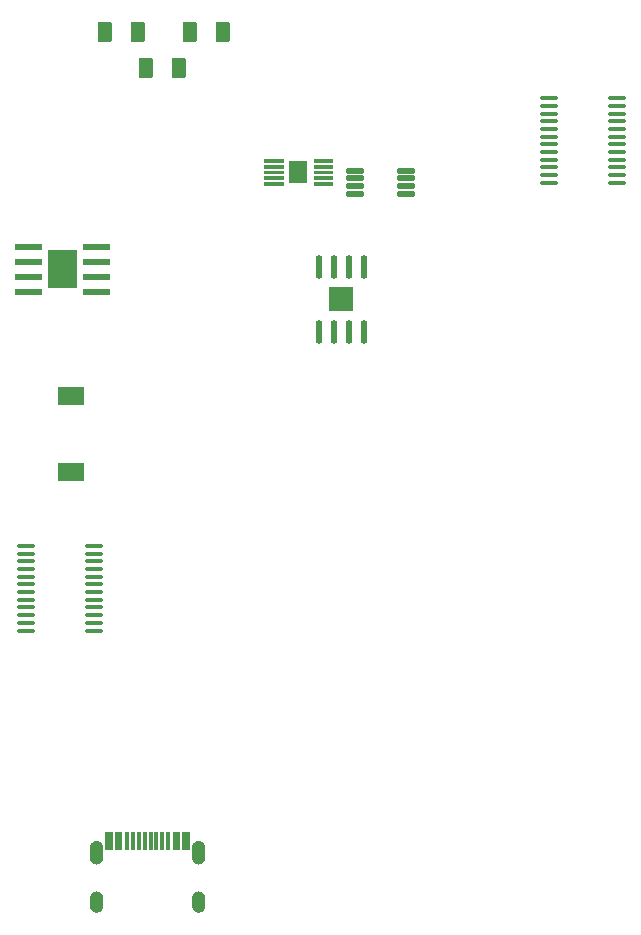
<source format=gbr>
%TF.GenerationSoftware,KiCad,Pcbnew,8.0.7*%
%TF.CreationDate,2025-01-26T03:13:27-05:00*%
%TF.ProjectId,shadow,73686164-6f77-42e6-9b69-6361645f7063,rev?*%
%TF.SameCoordinates,Original*%
%TF.FileFunction,Paste,Top*%
%TF.FilePolarity,Positive*%
%FSLAX46Y46*%
G04 Gerber Fmt 4.6, Leading zero omitted, Abs format (unit mm)*
G04 Created by KiCad (PCBNEW 8.0.7) date 2025-01-26 03:13:27*
%MOMM*%
%LPD*%
G01*
G04 APERTURE LIST*
G04 Aperture macros list*
%AMRoundRect*
0 Rectangle with rounded corners*
0 $1 Rounding radius*
0 $2 $3 $4 $5 $6 $7 $8 $9 X,Y pos of 4 corners*
0 Add a 4 corners polygon primitive as box body*
4,1,4,$2,$3,$4,$5,$6,$7,$8,$9,$2,$3,0*
0 Add four circle primitives for the rounded corners*
1,1,$1+$1,$2,$3*
1,1,$1+$1,$4,$5*
1,1,$1+$1,$6,$7*
1,1,$1+$1,$8,$9*
0 Add four rect primitives between the rounded corners*
20,1,$1+$1,$2,$3,$4,$5,0*
20,1,$1+$1,$4,$5,$6,$7,0*
20,1,$1+$1,$6,$7,$8,$9,0*
20,1,$1+$1,$8,$9,$2,$3,0*%
G04 Aperture macros list end*
%ADD10C,0.000000*%
%ADD11C,0.010000*%
%ADD12R,0.300000X1.500000*%
%ADD13RoundRect,0.250000X-0.375000X-0.625000X0.375000X-0.625000X0.375000X0.625000X-0.375000X0.625000X0*%
%ADD14R,2.200000X1.500000*%
%ADD15O,0.574000X2.038000*%
%ADD16R,2.000000X2.000000*%
%ADD17RoundRect,0.100000X-0.637500X-0.100000X0.637500X-0.100000X0.637500X0.100000X-0.637500X0.100000X0*%
%ADD18R,1.570000X1.880000*%
%ADD19RoundRect,0.060000X-0.675000X-0.180000X0.675000X-0.180000X0.675000X0.180000X-0.675000X0.180000X0*%
G04 APERTURE END LIST*
D10*
%TO.C,J1*%
G36*
X116881000Y-123561500D02*
G01*
X116908500Y-123564500D01*
X116935500Y-123568500D01*
X116962500Y-123574000D01*
X116989000Y-123580500D01*
X117015000Y-123589000D01*
X117041000Y-123598000D01*
X117066000Y-123609000D01*
X117091000Y-123620500D01*
X117115000Y-123634000D01*
X117138500Y-123648000D01*
X117161000Y-123663500D01*
X117183000Y-123680000D01*
X117204000Y-123698000D01*
X117224000Y-123716500D01*
X117243000Y-123736000D01*
X117261500Y-123756500D01*
X117278500Y-123778000D01*
X117294500Y-123800500D01*
X117309500Y-123823500D01*
X117323000Y-123847000D01*
X117335500Y-123871500D01*
X117347000Y-123896500D01*
X117357000Y-123922000D01*
X117365500Y-123948000D01*
X117373000Y-123974500D01*
X117379000Y-124001000D01*
X117384000Y-124028000D01*
X117387500Y-124055500D01*
X117389500Y-124083000D01*
X117390000Y-124110000D01*
X117390000Y-124810000D01*
X117389500Y-124837500D01*
X117387500Y-124865000D01*
X117384000Y-124892000D01*
X117379000Y-124919000D01*
X117373000Y-124946000D01*
X117365500Y-124972500D01*
X117357000Y-124998500D01*
X117347000Y-125024000D01*
X117335500Y-125049000D01*
X117323000Y-125073000D01*
X117309500Y-125097000D01*
X117294500Y-125120000D01*
X117278500Y-125142500D01*
X117261500Y-125163500D01*
X117243000Y-125184500D01*
X117224000Y-125204000D01*
X117204000Y-125222500D01*
X117183000Y-125240000D01*
X117161000Y-125257000D01*
X117138500Y-125272000D01*
X117115000Y-125286500D01*
X117091000Y-125299500D01*
X117066000Y-125311500D01*
X117041000Y-125322000D01*
X117015000Y-125331500D01*
X116989000Y-125339500D01*
X116962500Y-125346500D01*
X116935500Y-125352000D01*
X116908500Y-125356000D01*
X116881000Y-125358500D01*
X116853500Y-125360000D01*
X116826500Y-125360000D01*
X116799000Y-125358500D01*
X116771500Y-125356000D01*
X116744500Y-125352000D01*
X116717500Y-125346500D01*
X116691000Y-125339500D01*
X116665000Y-125331500D01*
X116639000Y-125322000D01*
X116614000Y-125311500D01*
X116589000Y-125299500D01*
X116565000Y-125286500D01*
X116541500Y-125272000D01*
X116519000Y-125257000D01*
X116497000Y-125240000D01*
X116476000Y-125222500D01*
X116456000Y-125204000D01*
X116437000Y-125184500D01*
X116418500Y-125163500D01*
X116401500Y-125142500D01*
X116385500Y-125120000D01*
X116370500Y-125097000D01*
X116357000Y-125073000D01*
X116344500Y-125049000D01*
X116333000Y-125024000D01*
X116323000Y-124998500D01*
X116314500Y-124972500D01*
X116307000Y-124946000D01*
X116301000Y-124919000D01*
X116296000Y-124892000D01*
X116293000Y-124865000D01*
X116290500Y-124837500D01*
X116290000Y-124810000D01*
X116290000Y-124110000D01*
X116290500Y-124083000D01*
X116293000Y-124055500D01*
X116296000Y-124028000D01*
X116301000Y-124001000D01*
X116307000Y-123974500D01*
X116314500Y-123948000D01*
X116323000Y-123922000D01*
X116333000Y-123896500D01*
X116344500Y-123871500D01*
X116357000Y-123847000D01*
X116370500Y-123823500D01*
X116385500Y-123800500D01*
X116401500Y-123778000D01*
X116418500Y-123756500D01*
X116437000Y-123736000D01*
X116456000Y-123716500D01*
X116476000Y-123698000D01*
X116497000Y-123680000D01*
X116519000Y-123663500D01*
X116541500Y-123648000D01*
X116565000Y-123634000D01*
X116589000Y-123620500D01*
X116614000Y-123609000D01*
X116639000Y-123598000D01*
X116665000Y-123589000D01*
X116691000Y-123580500D01*
X116717500Y-123574000D01*
X116744500Y-123568500D01*
X116771500Y-123564500D01*
X116799000Y-123561500D01*
X116826500Y-123560500D01*
X116853500Y-123560500D01*
X116881000Y-123561500D01*
G37*
G36*
X116881000Y-119281500D02*
G01*
X116908500Y-119284500D01*
X116935500Y-119288500D01*
X116962500Y-119294000D01*
X116989000Y-119300500D01*
X117015000Y-119308500D01*
X117041000Y-119318000D01*
X117066000Y-119328500D01*
X117091000Y-119340500D01*
X117115000Y-119353500D01*
X117138500Y-119368000D01*
X117161000Y-119383500D01*
X117183000Y-119400000D01*
X117204000Y-119417500D01*
X117224000Y-119436500D01*
X117243000Y-119456000D01*
X117261500Y-119476500D01*
X117278500Y-119498000D01*
X117294500Y-119520000D01*
X117309500Y-119543500D01*
X117323000Y-119567000D01*
X117335500Y-119591500D01*
X117347000Y-119616500D01*
X117357000Y-119642000D01*
X117365500Y-119668000D01*
X117373000Y-119694500D01*
X117379000Y-119721000D01*
X117384000Y-119748000D01*
X117387500Y-119775500D01*
X117389500Y-119802500D01*
X117390000Y-119830000D01*
X117390000Y-120730000D01*
X117389500Y-120757500D01*
X117387500Y-120785000D01*
X117384000Y-120812000D01*
X117379000Y-120839000D01*
X117373000Y-120866000D01*
X117365500Y-120892000D01*
X117357000Y-120918000D01*
X117347000Y-120943500D01*
X117335500Y-120968500D01*
X117323000Y-120993000D01*
X117309500Y-121017000D01*
X117294500Y-121040000D01*
X117278500Y-121062000D01*
X117261500Y-121083500D01*
X117243000Y-121104000D01*
X117224000Y-121124000D01*
X117204000Y-121142500D01*
X117183000Y-121160000D01*
X117161000Y-121176500D01*
X117138500Y-121192000D01*
X117115000Y-121206500D01*
X117091000Y-121219500D01*
X117066000Y-121231500D01*
X117041000Y-121242000D01*
X117015000Y-121251500D01*
X116989000Y-121259500D01*
X116962500Y-121266500D01*
X116935500Y-121272000D01*
X116908500Y-121276000D01*
X116881000Y-121278500D01*
X116853500Y-121280000D01*
X116826500Y-121280000D01*
X116799000Y-121278500D01*
X116771500Y-121276000D01*
X116744500Y-121272000D01*
X116717500Y-121266500D01*
X116691000Y-121259500D01*
X116665000Y-121251500D01*
X116639000Y-121242000D01*
X116614000Y-121231500D01*
X116589000Y-121219500D01*
X116565000Y-121206500D01*
X116541500Y-121192000D01*
X116519000Y-121176500D01*
X116497000Y-121160000D01*
X116476000Y-121142500D01*
X116456000Y-121124000D01*
X116437000Y-121104000D01*
X116418500Y-121083500D01*
X116401500Y-121062000D01*
X116385500Y-121040000D01*
X116370500Y-121017000D01*
X116357000Y-120993000D01*
X116344500Y-120968500D01*
X116333000Y-120943500D01*
X116323000Y-120918000D01*
X116314500Y-120892000D01*
X116307000Y-120866000D01*
X116301000Y-120839000D01*
X116296000Y-120812000D01*
X116293000Y-120785000D01*
X116290500Y-120757500D01*
X116290000Y-120730000D01*
X116290000Y-119830000D01*
X116290500Y-119802500D01*
X116293000Y-119775500D01*
X116296000Y-119748000D01*
X116301000Y-119721000D01*
X116307000Y-119694500D01*
X116314500Y-119668000D01*
X116323000Y-119642000D01*
X116333000Y-119616500D01*
X116344500Y-119591500D01*
X116357000Y-119567000D01*
X116370500Y-119543500D01*
X116385500Y-119520000D01*
X116401500Y-119498000D01*
X116418500Y-119476500D01*
X116437000Y-119456000D01*
X116456000Y-119436500D01*
X116476000Y-119417500D01*
X116497000Y-119400000D01*
X116519000Y-119383500D01*
X116541500Y-119368000D01*
X116565000Y-119353500D01*
X116589000Y-119340500D01*
X116614000Y-119328500D01*
X116639000Y-119318000D01*
X116665000Y-119308500D01*
X116691000Y-119300500D01*
X116717500Y-119294000D01*
X116744500Y-119288500D01*
X116771500Y-119284500D01*
X116799000Y-119281500D01*
X116826500Y-119280000D01*
X116853500Y-119280000D01*
X116881000Y-119281500D01*
G37*
G36*
X108241000Y-123561500D02*
G01*
X108268500Y-123564500D01*
X108295500Y-123568500D01*
X108322500Y-123574000D01*
X108349000Y-123580500D01*
X108375000Y-123589000D01*
X108401000Y-123598000D01*
X108426000Y-123609000D01*
X108451000Y-123620500D01*
X108475000Y-123634000D01*
X108498500Y-123648000D01*
X108521000Y-123663500D01*
X108543000Y-123680000D01*
X108564000Y-123698000D01*
X108584000Y-123716500D01*
X108603000Y-123736000D01*
X108621500Y-123756500D01*
X108638500Y-123778000D01*
X108654500Y-123800500D01*
X108669500Y-123823500D01*
X108683000Y-123847000D01*
X108695500Y-123871500D01*
X108707000Y-123896500D01*
X108717000Y-123922000D01*
X108725500Y-123948000D01*
X108733000Y-123974500D01*
X108739000Y-124001000D01*
X108744000Y-124028000D01*
X108747000Y-124055500D01*
X108749500Y-124083000D01*
X108750000Y-124110000D01*
X108750000Y-124810000D01*
X108749500Y-124837500D01*
X108747000Y-124865000D01*
X108744000Y-124892000D01*
X108739000Y-124919000D01*
X108733000Y-124946000D01*
X108725500Y-124972500D01*
X108717000Y-124998500D01*
X108707000Y-125024000D01*
X108695500Y-125049000D01*
X108683000Y-125073000D01*
X108669500Y-125097000D01*
X108654500Y-125120000D01*
X108638500Y-125142500D01*
X108621500Y-125163500D01*
X108603000Y-125184500D01*
X108584000Y-125204000D01*
X108564000Y-125222500D01*
X108543000Y-125240000D01*
X108521000Y-125257000D01*
X108498500Y-125272000D01*
X108475000Y-125286500D01*
X108451000Y-125299500D01*
X108426000Y-125311500D01*
X108401000Y-125322000D01*
X108375000Y-125331500D01*
X108349000Y-125339500D01*
X108322500Y-125346500D01*
X108295500Y-125352000D01*
X108268500Y-125356000D01*
X108241000Y-125358500D01*
X108213500Y-125360000D01*
X108186500Y-125360000D01*
X108159000Y-125358500D01*
X108131500Y-125356000D01*
X108104500Y-125352000D01*
X108077500Y-125346500D01*
X108051000Y-125339500D01*
X108025000Y-125331500D01*
X107999000Y-125322000D01*
X107974000Y-125311500D01*
X107949000Y-125299500D01*
X107925000Y-125286500D01*
X107901500Y-125272000D01*
X107879000Y-125257000D01*
X107857000Y-125240000D01*
X107836000Y-125222500D01*
X107816000Y-125204000D01*
X107797000Y-125184500D01*
X107778500Y-125163500D01*
X107761500Y-125142500D01*
X107745500Y-125120000D01*
X107730500Y-125097000D01*
X107717000Y-125073000D01*
X107704500Y-125049000D01*
X107693000Y-125024000D01*
X107683000Y-124998500D01*
X107674500Y-124972500D01*
X107667000Y-124946000D01*
X107661000Y-124919000D01*
X107656000Y-124892000D01*
X107652500Y-124865000D01*
X107650500Y-124837500D01*
X107650000Y-124810000D01*
X107650000Y-124110000D01*
X107650500Y-124083000D01*
X107652500Y-124055500D01*
X107656000Y-124028000D01*
X107661000Y-124001000D01*
X107667000Y-123974500D01*
X107674500Y-123948000D01*
X107683000Y-123922000D01*
X107693000Y-123896500D01*
X107704500Y-123871500D01*
X107717000Y-123847000D01*
X107730500Y-123823500D01*
X107745500Y-123800500D01*
X107761500Y-123778000D01*
X107778500Y-123756500D01*
X107797000Y-123736000D01*
X107816000Y-123716500D01*
X107836000Y-123698000D01*
X107857000Y-123680000D01*
X107879000Y-123663500D01*
X107901500Y-123648000D01*
X107925000Y-123634000D01*
X107949000Y-123620500D01*
X107974000Y-123609000D01*
X107999000Y-123598000D01*
X108025000Y-123589000D01*
X108051000Y-123580500D01*
X108077500Y-123574000D01*
X108104500Y-123568500D01*
X108131500Y-123564500D01*
X108159000Y-123561500D01*
X108186500Y-123560500D01*
X108213500Y-123560500D01*
X108241000Y-123561500D01*
G37*
G36*
X108241000Y-119281500D02*
G01*
X108268500Y-119284500D01*
X108295500Y-119288500D01*
X108322500Y-119294000D01*
X108349000Y-119300500D01*
X108375000Y-119308500D01*
X108401000Y-119318000D01*
X108426000Y-119328500D01*
X108451000Y-119340500D01*
X108475000Y-119353500D01*
X108498500Y-119368000D01*
X108521000Y-119383500D01*
X108543000Y-119400000D01*
X108564000Y-119417500D01*
X108584000Y-119436500D01*
X108603000Y-119456000D01*
X108621500Y-119476500D01*
X108638500Y-119498000D01*
X108654500Y-119520000D01*
X108669500Y-119543500D01*
X108683000Y-119567000D01*
X108695500Y-119591500D01*
X108707000Y-119616500D01*
X108717000Y-119642000D01*
X108725500Y-119668000D01*
X108733000Y-119694500D01*
X108739000Y-119721000D01*
X108744000Y-119748000D01*
X108747000Y-119775500D01*
X108749500Y-119802500D01*
X108750000Y-119830000D01*
X108750000Y-120730000D01*
X108749500Y-120757500D01*
X108747000Y-120785000D01*
X108744000Y-120812000D01*
X108739000Y-120839000D01*
X108733000Y-120866000D01*
X108725500Y-120892000D01*
X108717000Y-120918000D01*
X108707000Y-120943500D01*
X108695500Y-120968500D01*
X108683000Y-120993000D01*
X108669500Y-121017000D01*
X108654500Y-121040000D01*
X108638500Y-121062000D01*
X108621500Y-121083500D01*
X108603000Y-121104000D01*
X108584000Y-121124000D01*
X108564000Y-121142500D01*
X108543000Y-121160000D01*
X108521000Y-121176500D01*
X108498500Y-121192000D01*
X108475000Y-121206500D01*
X108451000Y-121219500D01*
X108426000Y-121231500D01*
X108401000Y-121242000D01*
X108375000Y-121251500D01*
X108349000Y-121259500D01*
X108322500Y-121266500D01*
X108295500Y-121272000D01*
X108268500Y-121276000D01*
X108241000Y-121278500D01*
X108213500Y-121280000D01*
X108186500Y-121280000D01*
X108159000Y-121278500D01*
X108131500Y-121276000D01*
X108104500Y-121272000D01*
X108077500Y-121266500D01*
X108051000Y-121259500D01*
X108025000Y-121251500D01*
X107999000Y-121242000D01*
X107974000Y-121231500D01*
X107949000Y-121219500D01*
X107925000Y-121206500D01*
X107901500Y-121192000D01*
X107879000Y-121176500D01*
X107857000Y-121160000D01*
X107836000Y-121142500D01*
X107816000Y-121124000D01*
X107797000Y-121104000D01*
X107778500Y-121083500D01*
X107761500Y-121062000D01*
X107745500Y-121040000D01*
X107730500Y-121017000D01*
X107717000Y-120993000D01*
X107704500Y-120968500D01*
X107693000Y-120943500D01*
X107683000Y-120918000D01*
X107674500Y-120892000D01*
X107667000Y-120866000D01*
X107661000Y-120839000D01*
X107656000Y-120812000D01*
X107652500Y-120785000D01*
X107650500Y-120757500D01*
X107650000Y-120730000D01*
X107650000Y-119830000D01*
X107650500Y-119802500D01*
X107652500Y-119775500D01*
X107656000Y-119748000D01*
X107661000Y-119721000D01*
X107667000Y-119694500D01*
X107674500Y-119668000D01*
X107683000Y-119642000D01*
X107693000Y-119616500D01*
X107704500Y-119591500D01*
X107717000Y-119567000D01*
X107730500Y-119543500D01*
X107745500Y-119520000D01*
X107761500Y-119498000D01*
X107778500Y-119476500D01*
X107797000Y-119456000D01*
X107816000Y-119436500D01*
X107836000Y-119417500D01*
X107857000Y-119400000D01*
X107879000Y-119383500D01*
X107901500Y-119368000D01*
X107925000Y-119353500D01*
X107949000Y-119340500D01*
X107974000Y-119328500D01*
X107999000Y-119318000D01*
X108025000Y-119308500D01*
X108051000Y-119300500D01*
X108077500Y-119294000D01*
X108104500Y-119288500D01*
X108131500Y-119284500D01*
X108159000Y-119281500D01*
X108186500Y-119280000D01*
X108213500Y-119280000D01*
X108241000Y-119281500D01*
G37*
G36*
X116070000Y-120063000D02*
G01*
X115470000Y-120063000D01*
X115470000Y-118563000D01*
X116070000Y-118563000D01*
X116070000Y-120063000D01*
G37*
G36*
X115270000Y-120062500D02*
G01*
X114670000Y-120062500D01*
X114670000Y-118562500D01*
X115270000Y-118562500D01*
X115270000Y-120062500D01*
G37*
G36*
X114420000Y-120063000D02*
G01*
X114120000Y-120063000D01*
X114120000Y-118563000D01*
X114420000Y-118563000D01*
X114420000Y-120063000D01*
G37*
G36*
X113919500Y-120062000D02*
G01*
X113619500Y-120062000D01*
X113619500Y-118562000D01*
X113919500Y-118562000D01*
X113919500Y-120062000D01*
G37*
G36*
X113420000Y-120063000D02*
G01*
X113120000Y-120063000D01*
X113120000Y-118563000D01*
X113420000Y-118563000D01*
X113420000Y-120063000D01*
G37*
G36*
X112920000Y-120063000D02*
G01*
X112620000Y-120063000D01*
X112620000Y-118563000D01*
X112920000Y-118563000D01*
X112920000Y-120063000D01*
G37*
G36*
X112420000Y-120063000D02*
G01*
X112120000Y-120063000D01*
X112120000Y-118563000D01*
X112420000Y-118563000D01*
X112420000Y-120063000D01*
G37*
G36*
X111920000Y-120063000D02*
G01*
X111620000Y-120063000D01*
X111620000Y-118563000D01*
X111920000Y-118563000D01*
X111920000Y-120063000D01*
G37*
G36*
X111420000Y-120063000D02*
G01*
X111120000Y-120063000D01*
X111120000Y-118563000D01*
X111420000Y-118563000D01*
X111420000Y-120063000D01*
G37*
G36*
X110920000Y-120062000D02*
G01*
X110620000Y-120062000D01*
X110620000Y-118562000D01*
X110920000Y-118562000D01*
X110920000Y-120062000D01*
G37*
G36*
X110370000Y-120063000D02*
G01*
X109770000Y-120063000D01*
X109770000Y-118563000D01*
X110370000Y-118563000D01*
X110370000Y-120063000D01*
G37*
G36*
X109569500Y-120063000D02*
G01*
X108969500Y-120063000D01*
X108969500Y-118563000D01*
X109569500Y-118563000D01*
X109569500Y-120063000D01*
G37*
D11*
%TO.C,U3*%
X123955000Y-61771000D02*
X122405000Y-61771000D01*
X122405000Y-61521000D01*
X123955000Y-61521000D01*
X123955000Y-61771000D01*
G36*
X123955000Y-61771000D02*
G01*
X122405000Y-61771000D01*
X122405000Y-61521000D01*
X123955000Y-61521000D01*
X123955000Y-61771000D01*
G37*
X123955000Y-62271000D02*
X122405000Y-62271000D01*
X122405000Y-62021000D01*
X123955000Y-62021000D01*
X123955000Y-62271000D01*
G36*
X123955000Y-62271000D02*
G01*
X122405000Y-62271000D01*
X122405000Y-62021000D01*
X123955000Y-62021000D01*
X123955000Y-62271000D01*
G37*
X123955000Y-62771000D02*
X122405000Y-62771000D01*
X122405000Y-62521000D01*
X123955000Y-62521000D01*
X123955000Y-62771000D01*
G36*
X123955000Y-62771000D02*
G01*
X122405000Y-62771000D01*
X122405000Y-62521000D01*
X123955000Y-62521000D01*
X123955000Y-62771000D01*
G37*
X123955000Y-63271000D02*
X122405000Y-63271000D01*
X122405000Y-63021000D01*
X123955000Y-63021000D01*
X123955000Y-63271000D01*
G36*
X123955000Y-63271000D02*
G01*
X122405000Y-63271000D01*
X122405000Y-63021000D01*
X123955000Y-63021000D01*
X123955000Y-63271000D01*
G37*
X123955000Y-63771000D02*
X122405000Y-63771000D01*
X122405000Y-63521000D01*
X123955000Y-63521000D01*
X123955000Y-63771000D01*
G36*
X123955000Y-63771000D02*
G01*
X122405000Y-63771000D01*
X122405000Y-63521000D01*
X123955000Y-63521000D01*
X123955000Y-63771000D01*
G37*
X128155000Y-61771000D02*
X126605000Y-61771000D01*
X126605000Y-61521000D01*
X128155000Y-61521000D01*
X128155000Y-61771000D01*
G36*
X128155000Y-61771000D02*
G01*
X126605000Y-61771000D01*
X126605000Y-61521000D01*
X128155000Y-61521000D01*
X128155000Y-61771000D01*
G37*
X128155000Y-62271000D02*
X126605000Y-62271000D01*
X126605000Y-62021000D01*
X128155000Y-62021000D01*
X128155000Y-62271000D01*
G36*
X128155000Y-62271000D02*
G01*
X126605000Y-62271000D01*
X126605000Y-62021000D01*
X128155000Y-62021000D01*
X128155000Y-62271000D01*
G37*
X128155000Y-62771000D02*
X126605000Y-62771000D01*
X126605000Y-62521000D01*
X128155000Y-62521000D01*
X128155000Y-62771000D01*
G36*
X128155000Y-62771000D02*
G01*
X126605000Y-62771000D01*
X126605000Y-62521000D01*
X128155000Y-62521000D01*
X128155000Y-62771000D01*
G37*
X128155000Y-63271000D02*
X126605000Y-63271000D01*
X126605000Y-63021000D01*
X128155000Y-63021000D01*
X128155000Y-63271000D01*
G36*
X128155000Y-63271000D02*
G01*
X126605000Y-63271000D01*
X126605000Y-63021000D01*
X128155000Y-63021000D01*
X128155000Y-63271000D01*
G37*
X128155000Y-63771000D02*
X126605000Y-63771000D01*
X126605000Y-63521000D01*
X128155000Y-63521000D01*
X128155000Y-63771000D01*
G36*
X128155000Y-63771000D02*
G01*
X126605000Y-63771000D01*
X126605000Y-63521000D01*
X128155000Y-63521000D01*
X128155000Y-63771000D01*
G37*
%TO.C,U5*%
X103468000Y-69156000D02*
X101318000Y-69156000D01*
X101318000Y-68706000D01*
X103468000Y-68706000D01*
X103468000Y-69156000D01*
G36*
X103468000Y-69156000D02*
G01*
X101318000Y-69156000D01*
X101318000Y-68706000D01*
X103468000Y-68706000D01*
X103468000Y-69156000D01*
G37*
X103468000Y-70426000D02*
X101318000Y-70426000D01*
X101318000Y-69976000D01*
X103468000Y-69976000D01*
X103468000Y-70426000D01*
G36*
X103468000Y-70426000D02*
G01*
X101318000Y-70426000D01*
X101318000Y-69976000D01*
X103468000Y-69976000D01*
X103468000Y-70426000D01*
G37*
X103468000Y-71696000D02*
X101318000Y-71696000D01*
X101318000Y-71246000D01*
X103468000Y-71246000D01*
X103468000Y-71696000D01*
G36*
X103468000Y-71696000D02*
G01*
X101318000Y-71696000D01*
X101318000Y-71246000D01*
X103468000Y-71246000D01*
X103468000Y-71696000D01*
G37*
X103468000Y-72966000D02*
X101318000Y-72966000D01*
X101318000Y-72516000D01*
X103468000Y-72516000D01*
X103468000Y-72966000D01*
G36*
X103468000Y-72966000D02*
G01*
X101318000Y-72966000D01*
X101318000Y-72516000D01*
X103468000Y-72516000D01*
X103468000Y-72966000D01*
G37*
X106468000Y-72386000D02*
X104068000Y-72386000D01*
X104068000Y-69286000D01*
X106468000Y-69286000D01*
X106468000Y-72386000D01*
G36*
X106468000Y-72386000D02*
G01*
X104068000Y-72386000D01*
X104068000Y-69286000D01*
X106468000Y-69286000D01*
X106468000Y-72386000D01*
G37*
X109218000Y-69156000D02*
X107068000Y-69156000D01*
X107068000Y-68706000D01*
X109218000Y-68706000D01*
X109218000Y-69156000D01*
G36*
X109218000Y-69156000D02*
G01*
X107068000Y-69156000D01*
X107068000Y-68706000D01*
X109218000Y-68706000D01*
X109218000Y-69156000D01*
G37*
X109218000Y-70426000D02*
X107068000Y-70426000D01*
X107068000Y-69976000D01*
X109218000Y-69976000D01*
X109218000Y-70426000D01*
G36*
X109218000Y-70426000D02*
G01*
X107068000Y-70426000D01*
X107068000Y-69976000D01*
X109218000Y-69976000D01*
X109218000Y-70426000D01*
G37*
X109218000Y-71696000D02*
X107068000Y-71696000D01*
X107068000Y-71246000D01*
X109218000Y-71246000D01*
X109218000Y-71696000D01*
G36*
X109218000Y-71696000D02*
G01*
X107068000Y-71696000D01*
X107068000Y-71246000D01*
X109218000Y-71246000D01*
X109218000Y-71696000D01*
G37*
X109218000Y-72966000D02*
X107068000Y-72966000D01*
X107068000Y-72516000D01*
X109218000Y-72516000D01*
X109218000Y-72966000D01*
G36*
X109218000Y-72966000D02*
G01*
X107068000Y-72966000D01*
X107068000Y-72516000D01*
X109218000Y-72516000D01*
X109218000Y-72966000D01*
G37*
%TD*%
D12*
%TO.C,J1*%
X109420000Y-119313000D03*
X110220000Y-119313000D03*
X110770000Y-119312000D03*
X111770000Y-119313000D03*
X113270000Y-119313000D03*
X114270000Y-119313000D03*
X114820000Y-119312500D03*
X115620000Y-119313000D03*
X115920000Y-119313000D03*
X115120000Y-119312500D03*
X113769500Y-119312000D03*
X112770000Y-119313000D03*
X112270000Y-119313000D03*
X111270000Y-119313000D03*
X109920000Y-119313000D03*
X109120000Y-119313000D03*
%TD*%
D13*
%TO.C,PG1*%
X111677000Y-50800000D03*
X108877000Y-50800000D03*
%TD*%
D14*
%TO.C,L1*%
X106019600Y-88010600D03*
X106019600Y-81610600D03*
%TD*%
D15*
%TO.C,IC2*%
X127000000Y-76200000D03*
X128270000Y-76200000D03*
X129540000Y-76200000D03*
X130810000Y-76200000D03*
X130810000Y-70662000D03*
X129540000Y-70662000D03*
X128270000Y-70662000D03*
X127000000Y-70662000D03*
D16*
X128905000Y-73431000D03*
%TD*%
D17*
%TO.C,U2*%
X146514500Y-56410000D03*
X146514500Y-57060000D03*
X146514500Y-57710000D03*
X146514500Y-58360000D03*
X146514500Y-59010000D03*
X146514500Y-59660000D03*
X146514500Y-60310000D03*
X146514500Y-60960000D03*
X146514500Y-61610000D03*
X146514500Y-62260000D03*
X146514500Y-62910000D03*
X146514500Y-63560000D03*
X152239500Y-63560000D03*
X152239500Y-62910000D03*
X152239500Y-62260000D03*
X152239500Y-61610000D03*
X152239500Y-60960000D03*
X152239500Y-60310000D03*
X152239500Y-59660000D03*
X152239500Y-59010000D03*
X152239500Y-58360000D03*
X152239500Y-57710000D03*
X152239500Y-57060000D03*
X152239500Y-56410000D03*
%TD*%
%TO.C,U1*%
X102242700Y-94316600D03*
X102242700Y-94966600D03*
X102242700Y-95616600D03*
X102242700Y-96266600D03*
X102242700Y-96916600D03*
X102242700Y-97566600D03*
X102242700Y-98216600D03*
X102242700Y-98866600D03*
X102242700Y-99516600D03*
X102242700Y-100166600D03*
X102242700Y-100816600D03*
X102242700Y-101466600D03*
X107967700Y-101466600D03*
X107967700Y-100816600D03*
X107967700Y-100166600D03*
X107967700Y-99516600D03*
X107967700Y-98866600D03*
X107967700Y-98216600D03*
X107967700Y-97566600D03*
X107967700Y-96916600D03*
X107967700Y-96266600D03*
X107967700Y-95616600D03*
X107967700Y-94966600D03*
X107967700Y-94316600D03*
%TD*%
D18*
%TO.C,U3*%
X125280000Y-62646000D03*
%TD*%
D13*
%TO.C,12V1*%
X115217000Y-53848000D03*
X112417000Y-53848000D03*
%TD*%
D19*
%TO.C,U4*%
X130082000Y-62525000D03*
X130082000Y-63175000D03*
X130082000Y-63825000D03*
X130082000Y-64475000D03*
X134382000Y-64475000D03*
X134382000Y-63825000D03*
X134382000Y-63175000D03*
X134382000Y-62525000D03*
%TD*%
D13*
%TO.C,CHG1*%
X118897000Y-50800000D03*
X116097000Y-50800000D03*
%TD*%
M02*

</source>
